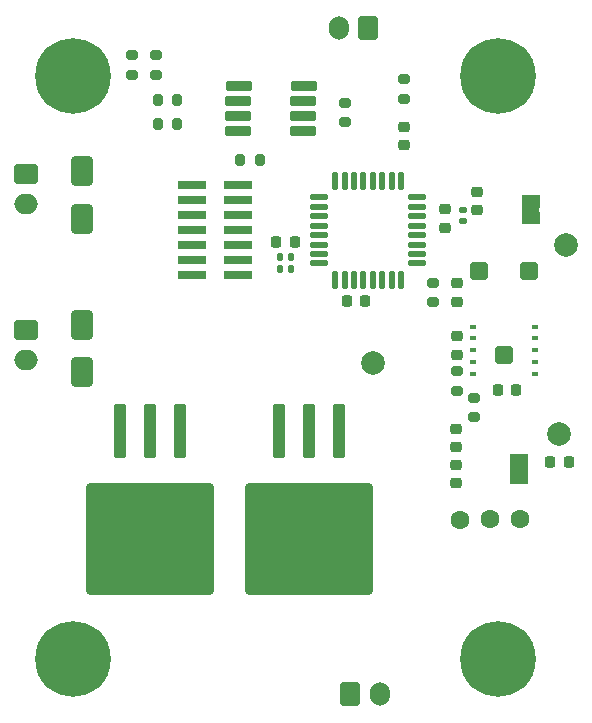
<source format=gbr>
%TF.GenerationSoftware,KiCad,Pcbnew,9.0.4*%
%TF.CreationDate,2025-11-05T15:34:37+01:00*%
%TF.ProjectId,FliperKAd,466c6970-6572-44b4-9164-2e6b69636164,rev?*%
%TF.SameCoordinates,Original*%
%TF.FileFunction,Soldermask,Top*%
%TF.FilePolarity,Negative*%
%FSLAX46Y46*%
G04 Gerber Fmt 4.6, Leading zero omitted, Abs format (unit mm)*
G04 Created by KiCad (PCBNEW 9.0.4) date 2025-11-05 15:34:37*
%MOMM*%
%LPD*%
G01*
G04 APERTURE LIST*
G04 Aperture macros list*
%AMRoundRect*
0 Rectangle with rounded corners*
0 $1 Rounding radius*
0 $2 $3 $4 $5 $6 $7 $8 $9 X,Y pos of 4 corners*
0 Add a 4 corners polygon primitive as box body*
4,1,4,$2,$3,$4,$5,$6,$7,$8,$9,$2,$3,0*
0 Add four circle primitives for the rounded corners*
1,1,$1+$1,$2,$3*
1,1,$1+$1,$4,$5*
1,1,$1+$1,$6,$7*
1,1,$1+$1,$8,$9*
0 Add four rect primitives between the rounded corners*
20,1,$1+$1,$2,$3,$4,$5,0*
20,1,$1+$1,$4,$5,$6,$7,0*
20,1,$1+$1,$6,$7,$8,$9,0*
20,1,$1+$1,$8,$9,$2,$3,0*%
%AMFreePoly0*
4,1,6,1.000000,0.000000,0.500000,-0.750000,-0.500000,-0.750000,-0.500000,0.750000,0.500000,0.750000,1.000000,0.000000,1.000000,0.000000,$1*%
%AMFreePoly1*
4,1,6,0.500000,-0.750000,-0.650000,-0.750000,-0.150000,0.000000,-0.650000,0.750000,0.500000,0.750000,0.500000,-0.750000,0.500000,-0.750000,$1*%
G04 Aperture macros list end*
%ADD10RoundRect,0.200000X0.275000X-0.200000X0.275000X0.200000X-0.275000X0.200000X-0.275000X-0.200000X0*%
%ADD11RoundRect,0.225000X-0.250000X0.225000X-0.250000X-0.225000X0.250000X-0.225000X0.250000X0.225000X0*%
%ADD12RoundRect,0.250000X-0.300000X2.050000X-0.300000X-2.050000X0.300000X-2.050000X0.300000X2.050000X0*%
%ADD13RoundRect,0.250002X-5.149998X4.449998X-5.149998X-4.449998X5.149998X-4.449998X5.149998X4.449998X0*%
%ADD14RoundRect,0.140000X-0.140000X-0.170000X0.140000X-0.170000X0.140000X0.170000X-0.140000X0.170000X0*%
%ADD15C,0.800000*%
%ADD16C,6.400000*%
%ADD17RoundRect,0.225000X0.250000X-0.225000X0.250000X0.225000X-0.250000X0.225000X-0.250000X-0.225000X0*%
%ADD18RoundRect,0.250000X-0.600000X-0.750000X0.600000X-0.750000X0.600000X0.750000X-0.600000X0.750000X0*%
%ADD19O,1.700000X2.000000*%
%ADD20RoundRect,0.218750X-0.256250X0.218750X-0.256250X-0.218750X0.256250X-0.218750X0.256250X0.218750X0*%
%ADD21RoundRect,0.225000X-0.225000X-0.250000X0.225000X-0.250000X0.225000X0.250000X-0.225000X0.250000X0*%
%ADD22RoundRect,0.200000X-0.275000X0.200000X-0.275000X-0.200000X0.275000X-0.200000X0.275000X0.200000X0*%
%ADD23C,2.000000*%
%ADD24RoundRect,0.250000X-0.750000X0.600000X-0.750000X-0.600000X0.750000X-0.600000X0.750000X0.600000X0*%
%ADD25O,2.000000X1.700000*%
%ADD26RoundRect,0.250000X-0.650000X1.000000X-0.650000X-1.000000X0.650000X-1.000000X0.650000X1.000000X0*%
%ADD27FreePoly0,90.000000*%
%ADD28FreePoly1,90.000000*%
%ADD29RoundRect,0.200000X0.200000X0.275000X-0.200000X0.275000X-0.200000X-0.275000X0.200000X-0.275000X0*%
%ADD30RoundRect,0.140000X-0.170000X0.140000X-0.170000X-0.140000X0.170000X-0.140000X0.170000X0.140000X0*%
%ADD31RoundRect,0.218750X0.256250X-0.218750X0.256250X0.218750X-0.256250X0.218750X-0.256250X-0.218750X0*%
%ADD32R,2.400000X0.740000*%
%ADD33RoundRect,0.800000X0.000010X0.000010X-0.000010X0.000010X-0.000010X-0.000010X0.000010X-0.000010X0*%
%ADD34RoundRect,0.125000X0.125000X-0.625000X0.125000X0.625000X-0.125000X0.625000X-0.125000X-0.625000X0*%
%ADD35RoundRect,0.125000X0.625000X-0.125000X0.625000X0.125000X-0.625000X0.125000X-0.625000X-0.125000X0*%
%ADD36RoundRect,0.117000X1.023000X-0.273000X1.023000X0.273000X-1.023000X0.273000X-1.023000X-0.273000X0*%
%ADD37RoundRect,0.200000X-0.200000X-0.275000X0.200000X-0.275000X0.200000X0.275000X-0.200000X0.275000X0*%
%ADD38RoundRect,0.250000X0.600000X0.750000X-0.600000X0.750000X-0.600000X-0.750000X0.600000X-0.750000X0*%
%ADD39RoundRect,0.060000X0.190000X-0.140000X0.190000X0.140000X-0.190000X0.140000X-0.190000X-0.140000X0*%
%ADD40RoundRect,0.225000X0.525000X-0.525000X0.525000X0.525000X-0.525000X0.525000X-0.525000X-0.525000X0*%
%ADD41RoundRect,0.225000X0.225000X0.250000X-0.225000X0.250000X-0.225000X-0.250000X0.225000X-0.250000X0*%
G04 APERTURE END LIST*
%TO.C,JP2*%
G36*
X222050000Y-101425000D02*
G01*
X223550000Y-101425000D01*
X223550000Y-98975000D01*
X222050000Y-98975000D01*
X222050000Y-101425000D01*
G37*
%TO.C,JP1*%
G36*
X223000000Y-79475000D02*
G01*
X224500000Y-79475000D01*
X224500000Y-77025000D01*
X223000000Y-77025000D01*
X223000000Y-79475000D01*
G37*
%TD*%
D10*
%TO.C,R8*%
X208000000Y-70825000D03*
X208000000Y-69175000D03*
%TD*%
D11*
%TO.C,C2*%
X217500000Y-88975000D03*
X217500000Y-90525000D03*
%TD*%
%TO.C,C6*%
X216500000Y-78225000D03*
X216500000Y-79775000D03*
%TD*%
D12*
%TO.C,Q2*%
X207540000Y-97000000D03*
X205000000Y-97000000D03*
X202460000Y-97000000D03*
D13*
X205000000Y-106150000D03*
%TD*%
D14*
%TO.C,C10*%
X202520000Y-83250000D03*
X203480000Y-83250000D03*
%TD*%
D15*
%TO.C,H1*%
X182600000Y-66900000D03*
X183302944Y-65202944D03*
X183302944Y-68597056D03*
X185000000Y-64500000D03*
D16*
X185000000Y-66900000D03*
D15*
X185000000Y-69300000D03*
X186697056Y-65202944D03*
X186697056Y-68597056D03*
X187400000Y-66900000D03*
%TD*%
D11*
%TO.C,C4*%
X217500000Y-84475000D03*
X217500000Y-86025000D03*
%TD*%
D17*
%TO.C,C12*%
X217400000Y-98375000D03*
X217400000Y-96825000D03*
%TD*%
D18*
%TO.C,J5*%
X208500000Y-119250000D03*
D19*
X211000000Y-119250000D03*
%TD*%
D10*
%TO.C,R1*%
X213000000Y-68862500D03*
X213000000Y-67212500D03*
%TD*%
D20*
%TO.C,D1*%
X213000000Y-71212500D03*
X213000000Y-72787500D03*
%TD*%
D21*
%TO.C,C3*%
X221000000Y-93500000D03*
X222550000Y-93500000D03*
%TD*%
D22*
%TO.C,R3*%
X217500000Y-91925000D03*
X217500000Y-93575000D03*
%TD*%
D23*
%TO.C,TP2*%
X226770000Y-81260000D03*
%TD*%
D15*
%TO.C,H2*%
X218600000Y-66900000D03*
X219302944Y-65202944D03*
X219302944Y-68597056D03*
X221000000Y-64500000D03*
D16*
X221000000Y-66900000D03*
D15*
X221000000Y-69300000D03*
X222697056Y-65202944D03*
X222697056Y-68597056D03*
X223400000Y-66900000D03*
%TD*%
D24*
%TO.C,J3*%
X181025000Y-75250000D03*
D25*
X181025000Y-77750000D03*
%TD*%
D26*
%TO.C,D3*%
X185800000Y-88000000D03*
X185800000Y-92000000D03*
%TD*%
D27*
%TO.C,JP2*%
X222800000Y-100925000D03*
D28*
X222800000Y-99475000D03*
%TD*%
D27*
%TO.C,JP1*%
X223750000Y-78975000D03*
D28*
X223750000Y-77525000D03*
%TD*%
D17*
%TO.C,C5*%
X217400000Y-101375000D03*
X217400000Y-99825000D03*
%TD*%
D12*
%TO.C,Q1*%
X194080000Y-97000000D03*
X191540000Y-97000000D03*
X189000000Y-97000000D03*
D13*
X191540000Y-106150000D03*
%TD*%
D29*
%TO.C,R7*%
X200825000Y-74000000D03*
X199175000Y-74000000D03*
%TD*%
D30*
%TO.C,C8*%
X218000000Y-78250000D03*
X218000000Y-79210000D03*
%TD*%
D31*
%TO.C,L2*%
X219250000Y-78287500D03*
X219250000Y-76712500D03*
%TD*%
D15*
%TO.C,H3*%
X218600000Y-116250000D03*
X219302944Y-114552944D03*
X219302944Y-117947056D03*
X221000000Y-113850000D03*
D16*
X221000000Y-116250000D03*
D15*
X221000000Y-118650000D03*
X222697056Y-114552944D03*
X222697056Y-117947056D03*
X223400000Y-116250000D03*
%TD*%
D10*
%TO.C,R12*%
X190000000Y-66825000D03*
X190000000Y-65175000D03*
%TD*%
D23*
%TO.C,TP3*%
X226200000Y-97200000D03*
%TD*%
D21*
%TO.C,C1*%
X225425000Y-99600000D03*
X226975000Y-99600000D03*
%TD*%
D32*
%TO.C,J2*%
X195050000Y-76190000D03*
X198950000Y-76190000D03*
X195050000Y-77460000D03*
X198950000Y-77460000D03*
X195050000Y-78730000D03*
X198950000Y-78730000D03*
X195050000Y-80000000D03*
X198950000Y-80000000D03*
X195050000Y-81270000D03*
X198950000Y-81270000D03*
X195050000Y-82540000D03*
X198950000Y-82540000D03*
X195050000Y-83810000D03*
X198950000Y-83810000D03*
%TD*%
D33*
%TO.C,U5*%
X217750000Y-104480000D03*
X220295000Y-104470000D03*
X222850000Y-104470000D03*
%TD*%
D15*
%TO.C,H4*%
X182600000Y-116250000D03*
X183302944Y-114552944D03*
X183302944Y-117947056D03*
X185000000Y-113850000D03*
D16*
X185000000Y-116250000D03*
D15*
X185000000Y-118650000D03*
X186697056Y-114552944D03*
X186697056Y-117947056D03*
X187400000Y-116250000D03*
%TD*%
D34*
%TO.C,U1*%
X207200000Y-84175000D03*
X208000000Y-84175000D03*
X208800000Y-84175000D03*
X209600000Y-84175000D03*
X210400000Y-84175000D03*
X211200000Y-84175000D03*
X212000000Y-84175000D03*
X212800000Y-84175000D03*
D35*
X214175000Y-82800000D03*
X214175000Y-82000000D03*
X214175000Y-81200000D03*
X214175000Y-80400000D03*
X214175000Y-79600000D03*
X214175000Y-78800000D03*
X214175000Y-78000000D03*
X214175000Y-77200000D03*
D34*
X212800000Y-75825000D03*
X212000000Y-75825000D03*
X211200000Y-75825000D03*
X210400000Y-75825000D03*
X209600000Y-75825000D03*
X208800000Y-75825000D03*
X208000000Y-75825000D03*
X207200000Y-75825000D03*
D35*
X205825000Y-77200000D03*
X205825000Y-78000000D03*
X205825000Y-78800000D03*
X205825000Y-79600000D03*
X205825000Y-80400000D03*
X205825000Y-81200000D03*
X205825000Y-82000000D03*
X205825000Y-82800000D03*
%TD*%
D21*
%TO.C,C7*%
X202225000Y-81000000D03*
X203775000Y-81000000D03*
%TD*%
D14*
%TO.C,C9*%
X202520000Y-82250000D03*
X203480000Y-82250000D03*
%TD*%
D36*
%TO.C,U4*%
X204490000Y-71620000D03*
X204500000Y-70350000D03*
X204520000Y-69080000D03*
X204530000Y-67810000D03*
X199030000Y-67810000D03*
X199020000Y-69080000D03*
X199000000Y-70350000D03*
X198990000Y-71620000D03*
%TD*%
D37*
%TO.C,R10*%
X192175000Y-71000000D03*
X193825000Y-71000000D03*
%TD*%
D38*
%TO.C,J1*%
X210000000Y-62900000D03*
D19*
X207500000Y-62900000D03*
%TD*%
D24*
%TO.C,J4*%
X181025000Y-88450000D03*
D25*
X181025000Y-90950000D03*
%TD*%
D22*
%TO.C,R5*%
X219000000Y-94175000D03*
X219000000Y-95825000D03*
%TD*%
D39*
%TO.C,U3*%
X218900000Y-92150000D03*
X218900000Y-91150000D03*
X218900000Y-90150000D03*
X218900000Y-89150000D03*
X218900000Y-88150000D03*
D40*
X219400000Y-83400000D03*
X223600000Y-83400000D03*
D39*
X224100000Y-88150000D03*
X224100000Y-89150000D03*
X224100000Y-90150000D03*
X224100000Y-91150000D03*
X224100000Y-92150000D03*
D40*
X221500000Y-90550000D03*
%TD*%
D26*
%TO.C,D2*%
X185800000Y-75000000D03*
X185800000Y-79000000D03*
%TD*%
D23*
%TO.C,TP1*%
X210400000Y-91200000D03*
%TD*%
D10*
%TO.C,R9*%
X192000000Y-66825000D03*
X192000000Y-65175000D03*
%TD*%
D22*
%TO.C,R4*%
X215500000Y-84425000D03*
X215500000Y-86075000D03*
%TD*%
D41*
%TO.C,C11*%
X209775000Y-86000000D03*
X208225000Y-86000000D03*
%TD*%
D37*
%TO.C,R11*%
X192175000Y-69000000D03*
X193825000Y-69000000D03*
%TD*%
M02*

</source>
